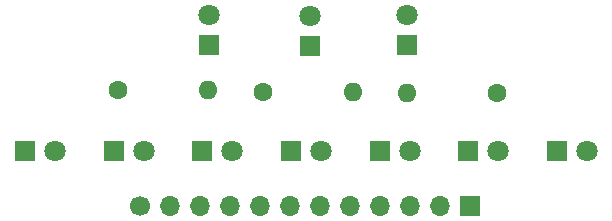
<source format=gbs>
%TF.GenerationSoftware,KiCad,Pcbnew,8.0.1*%
%TF.CreationDate,2024-06-24T19:19:19+02:00*%
%TF.ProjectId,BMW E30 NFL SI Indicator LED,424d5720-4533-4302-904e-464c20534920,rev?*%
%TF.SameCoordinates,Original*%
%TF.FileFunction,Soldermask,Bot*%
%TF.FilePolarity,Negative*%
%FSLAX46Y46*%
G04 Gerber Fmt 4.6, Leading zero omitted, Abs format (unit mm)*
G04 Created by KiCad (PCBNEW 8.0.1) date 2024-06-24 19:19:19*
%MOMM*%
%LPD*%
G01*
G04 APERTURE LIST*
%ADD10R,1.800000X1.800000*%
%ADD11C,1.800000*%
%ADD12R,1.700000X1.700000*%
%ADD13O,1.700000X1.700000*%
%ADD14C,1.700000*%
%ADD15C,1.600000*%
%ADD16O,1.600000X1.600000*%
G04 APERTURE END LIST*
D10*
%TO.C,D12*%
X158975000Y-76775000D03*
D11*
X158975000Y-74235000D03*
%TD*%
D10*
%TO.C,D5*%
X141625000Y-85700000D03*
D11*
X144165000Y-85700000D03*
%TD*%
D10*
%TO.C,D11*%
X150750000Y-76875000D03*
D11*
X150750000Y-74335000D03*
%TD*%
D10*
%TO.C,D1*%
X171625000Y-85700000D03*
D11*
X174165000Y-85700000D03*
%TD*%
D10*
%TO.C,D4*%
X149125000Y-85700000D03*
D11*
X151665000Y-85700000D03*
%TD*%
D10*
%TO.C,D10*%
X142175000Y-76792000D03*
D11*
X142175000Y-74252000D03*
%TD*%
D10*
%TO.C,D6*%
X134125000Y-85700000D03*
D11*
X136665000Y-85700000D03*
%TD*%
D10*
%TO.C,D7*%
X126625000Y-85700000D03*
D11*
X129165000Y-85700000D03*
%TD*%
D10*
%TO.C,D3*%
X156625000Y-85700000D03*
D11*
X159165000Y-85700000D03*
%TD*%
D12*
%TO.C,J1*%
X164270000Y-90360000D03*
D13*
X161730000Y-90360000D03*
X159190000Y-90360000D03*
X156650000Y-90360000D03*
X154110000Y-90360000D03*
X151570000Y-90360000D03*
X149030000Y-90360000D03*
X146490000Y-90360000D03*
X143950000Y-90360000D03*
X141410000Y-90360000D03*
X138870000Y-90360000D03*
D14*
X136330000Y-90360000D03*
%TD*%
D10*
%TO.C,D2*%
X164125000Y-85700000D03*
D11*
X166665000Y-85700000D03*
%TD*%
D15*
%TO.C,R3*%
X166600000Y-80790000D03*
D16*
X158980000Y-80790000D03*
%TD*%
D15*
%TO.C,R2*%
X146790000Y-80750000D03*
D16*
X154410000Y-80750000D03*
%TD*%
D15*
%TO.C,R1*%
X134490000Y-80550000D03*
D16*
X142110000Y-80550000D03*
%TD*%
M02*

</source>
